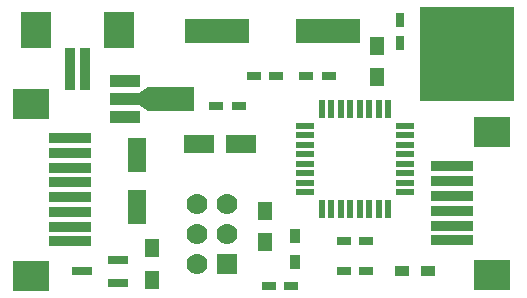
<source format=gts>
G04 #@! TF.FileFunction,Soldermask,Top*
%FSLAX46Y46*%
G04 Gerber Fmt 4.6, Leading zero omitted, Abs format (unit mm)*
G04 Created by KiCad (PCBNEW 0.201505222246+5678~23~ubuntu14.04.1-product) date dom 24 may 2015 19:31:24 CEST*
%MOMM*%
G01*
G04 APERTURE LIST*
%ADD10C,0.101600*%
%ADD11R,1.600200X2.999740*%
%ADD12R,2.600960X1.600200*%
%ADD13R,1.200000X0.750000*%
%ADD14R,0.750000X1.200000*%
%ADD15R,1.778000X1.778000*%
%ADD16C,1.778000*%
%ADD17R,3.048000X2.540000*%
%ADD18R,3.606800X0.812800*%
%ADD19R,2.540000X3.048000*%
%ADD20R,0.812800X3.606800*%
%ADD21R,8.001000X8.001000*%
%ADD22R,1.800860X0.800100*%
%ADD23R,0.900000X1.200000*%
%ADD24R,1.200000X0.900000*%
%ADD25R,1.300000X1.500000*%
%ADD26R,2.501900X1.000760*%
%ADD27R,4.000500X1.998980*%
%ADD28R,0.550000X1.600000*%
%ADD29R,1.600000X0.550000*%
%ADD30R,0.558800X1.600200*%
%ADD31R,5.499100X1.998980*%
G04 APERTURE END LIST*
D10*
D11*
X139065000Y-103210360D03*
X139065000Y-107609640D03*
D12*
X147850860Y-102235000D03*
X144249140Y-102235000D03*
D13*
X147635000Y-99060000D03*
X145735000Y-99060000D03*
X156530000Y-113030000D03*
X158430000Y-113030000D03*
X150180000Y-114300000D03*
X152080000Y-114300000D03*
X155255000Y-96520000D03*
X153355000Y-96520000D03*
X156530000Y-110490000D03*
X158430000Y-110490000D03*
X148910000Y-96520000D03*
X150810000Y-96520000D03*
D14*
X161290000Y-93660000D03*
X161290000Y-91760000D03*
D15*
X146685000Y-112395000D03*
D16*
X144145000Y-112395000D03*
X146685000Y-109855000D03*
X144145000Y-109855000D03*
X146685000Y-107315000D03*
X144145000Y-107315000D03*
D17*
X130020000Y-98840000D03*
D18*
X133350000Y-101740000D03*
X133350000Y-102990000D03*
X133350000Y-104240000D03*
X133350000Y-105490000D03*
X133350000Y-106740000D03*
X133350000Y-107990000D03*
X133350000Y-109240000D03*
X133350000Y-110490000D03*
D17*
X130020000Y-113390000D03*
D19*
X137500000Y-92555000D03*
D20*
X134600000Y-95885000D03*
X133350000Y-95885000D03*
D19*
X130450000Y-92555000D03*
D17*
X169065000Y-101240000D03*
D18*
X165735000Y-110390000D03*
X165735000Y-109140000D03*
X165735000Y-107890000D03*
X165735000Y-106640000D03*
X165735000Y-105390000D03*
X165735000Y-104140000D03*
D17*
X169065000Y-113290000D03*
D21*
X167005000Y-94615000D03*
D22*
X137391140Y-113980000D03*
X137391140Y-112080000D03*
X134388860Y-113030000D03*
D23*
X152400000Y-110025000D03*
X152400000Y-112225000D03*
D24*
X163660000Y-113030000D03*
X161460000Y-113030000D03*
D25*
X149860000Y-110570000D03*
X149860000Y-107870000D03*
X159385000Y-93900000D03*
X159385000Y-96600000D03*
X140335000Y-111045000D03*
X140335000Y-113745000D03*
D26*
X137982960Y-96923860D03*
X137982960Y-98425000D03*
X137982960Y-99926140D03*
D27*
X141935200Y-98425000D03*
D10*
G36*
X139960350Y-99425760D02*
X139211050Y-98925380D01*
X139211050Y-97924620D01*
X139960350Y-97424240D01*
X139960350Y-99425760D01*
X139960350Y-99425760D01*
G37*
D28*
X160280000Y-99255000D03*
X159480000Y-99255000D03*
X158680000Y-99255000D03*
X157880000Y-99255000D03*
X157080000Y-99255000D03*
X156280000Y-99255000D03*
X155480000Y-99255000D03*
X154680000Y-99255000D03*
D29*
X153230000Y-100705000D03*
X153230000Y-101505000D03*
X153230000Y-102305000D03*
X153230000Y-103105000D03*
X153230000Y-103905000D03*
X153230000Y-104705000D03*
X153230000Y-105505000D03*
X153230000Y-106305000D03*
D28*
X154680000Y-107755000D03*
X155480000Y-107755000D03*
X156280000Y-107755000D03*
X157080000Y-107755000D03*
X157880000Y-107755000D03*
X158680000Y-107755000D03*
X159480000Y-107755000D03*
D30*
X160280000Y-107755000D03*
D29*
X161730000Y-106305000D03*
X161730000Y-105505000D03*
X161730000Y-104705000D03*
X161730000Y-103905000D03*
X161730000Y-103105000D03*
X161730000Y-102305000D03*
X161730000Y-101505000D03*
X161730000Y-100705000D03*
D31*
X145796000Y-92710000D03*
X155194000Y-92710000D03*
M02*

</source>
